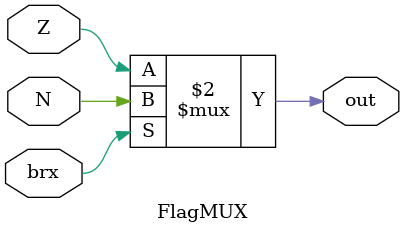
<source format=v>
module FlagMUX(N,Z,brx,out);

input N;
input Z;
input brx;
output out;

wire out;

assign out=(brx==1'b0)?Z:
N;

endmodule
</source>
